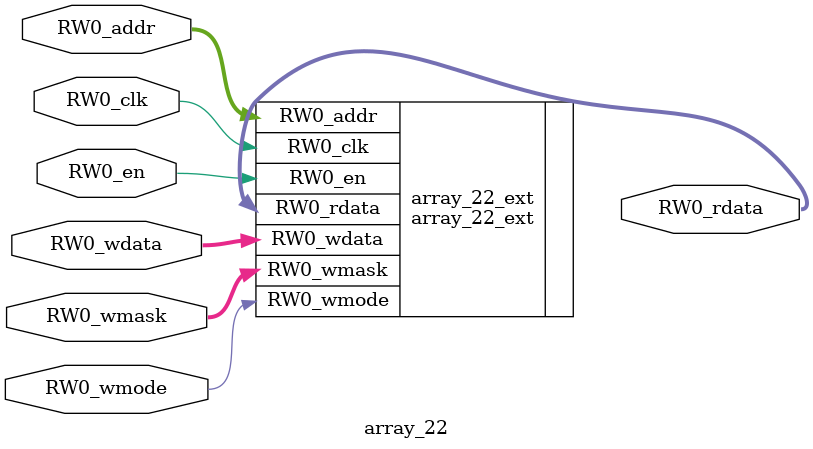
<source format=sv>
`ifndef RANDOMIZE
  `ifdef RANDOMIZE_MEM_INIT
    `define RANDOMIZE
  `endif // RANDOMIZE_MEM_INIT
`endif // not def RANDOMIZE
`ifndef RANDOMIZE
  `ifdef RANDOMIZE_REG_INIT
    `define RANDOMIZE
  `endif // RANDOMIZE_REG_INIT
`endif // not def RANDOMIZE

`ifndef RANDOM
  `define RANDOM $random
`endif // not def RANDOM

// Users can define INIT_RANDOM as general code that gets injected into the
// initializer block for modules with registers.
`ifndef INIT_RANDOM
  `define INIT_RANDOM
`endif // not def INIT_RANDOM

// If using random initialization, you can also define RANDOMIZE_DELAY to
// customize the delay used, otherwise 0.002 is used.
`ifndef RANDOMIZE_DELAY
  `define RANDOMIZE_DELAY 0.002
`endif // not def RANDOMIZE_DELAY

// Define INIT_RANDOM_PROLOG_ for use in our modules below.
`ifndef INIT_RANDOM_PROLOG_
  `ifdef RANDOMIZE
    `ifdef VERILATOR
      `define INIT_RANDOM_PROLOG_ `INIT_RANDOM
    `else  // VERILATOR
      `define INIT_RANDOM_PROLOG_ `INIT_RANDOM #`RANDOMIZE_DELAY begin end
    `endif // VERILATOR
  `else  // RANDOMIZE
    `define INIT_RANDOM_PROLOG_
  `endif // RANDOMIZE
`endif // not def INIT_RANDOM_PROLOG_

// Include register initializers in init blocks unless synthesis is set
`ifndef SYNTHESIS
  `ifndef ENABLE_INITIAL_REG_
    `define ENABLE_INITIAL_REG_
  `endif // not def ENABLE_INITIAL_REG_
`endif // not def SYNTHESIS

// Include rmemory initializers in init blocks unless synthesis is set
`ifndef SYNTHESIS
  `ifndef ENABLE_INITIAL_MEM_
    `define ENABLE_INITIAL_MEM_
  `endif // not def ENABLE_INITIAL_MEM_
`endif // not def SYNTHESIS

module array_22(
  input  [10:0] RW0_addr,
  input         RW0_en,
  input         RW0_clk,
  input         RW0_wmode,
  input  [41:0] RW0_wdata,
  output [41:0] RW0_rdata,
  input  [5:0]  RW0_wmask
);

  array_22_ext array_22_ext (
    .RW0_addr  (RW0_addr),
    .RW0_en    (RW0_en),
    .RW0_clk   (RW0_clk),
    .RW0_wmode (RW0_wmode),
    .RW0_wdata (RW0_wdata),
    .RW0_rdata (RW0_rdata),
    .RW0_wmask (RW0_wmask)
  );
endmodule


</source>
